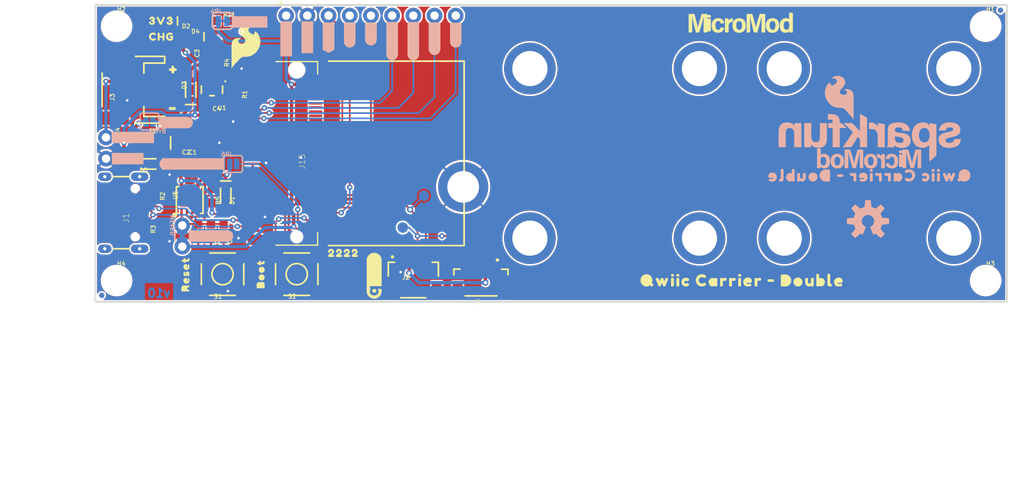
<source format=kicad_pcb>
(kicad_pcb (version 20211014) (generator pcbnew)
  (layers (0 "F.Cu" signal) (31 "B.Cu" signal) (34 "B.Paste" user) (35 "F.Paste" user) (36 "B.SilkS" user "B.Silkscreen") (37 "F.SilkS" user "F.Silkscreen") (38 "B.Mask" user) (39 "F.Mask" user) (44 "Edge.Cuts" user))
  (net 0 "")
  (net 1 "GND")
  (net 2 "3.3V")
  (net 3 "USB_D-")
  (net 4 "USB_D+")
  (net 5 "N$10")
  (net 6 "N$11")
  (net 7 "V_USB")
  (net 8 "~{RESET}")
  (net 9 "~{BOOT}")
  (net 10 "N$4")
  (net 11 "N$6")
  (net 12 "VIN")
  (net 13 "N$1")
  (net 14 "3.3V_EN")
  (net 15 "VREG_EN")
  (net 16 "N$2")
  (net 17 "V_BATT")
  (net 18 "SDA")
  (net 19 "SCL")
  (net 20 "N$3")
  (net 21 "N$8")
  (net 22 "I2C_~{INT}")
  (net 23 "D0")
  (net 24 "D1")
  (net 25 "SPI_SCK")
  (net 26 "SPI_~{CS}")
  (net 27 "SPI_COPI")
  (net 28 "SPI_CIPO")
  (net 29 "V_USB_2")
  (footprint "eagleBoard:SOD-323" (layer "F.Cu") (at 109.5121 110.0836 -90)
    (fp_text reference "D1")
    (fp_text value "3.3V")
  )
  (footprint "eagleBoard:FIDUCIAL-MICRO" (layer "F.Cu") (at 202.3491 87.8586)
    (fp_text reference "FD2" hide)
    (fp_text value "FIDUCIALUFIDUCIAL" hide)
  )
  (footprint "eagleBoard:1210" (layer "F.Cu") (at 100.2411 103.7336)
    (fp_text reference "F2")
    (fp_text value "6V/2A")
  )
  (footprint "eagleBoard:QWIIC_BOARD_MOUNT_SMD_STANDOFFS" (layer "F.Cu") (at 156.1211 105.0036)
    (fp_text reference "U$5" hide)
    (fp_text value "QWIIC_BOARD_OUTLINESTANDOFF" hide)
  )
  (footprint "eagleBoard:STAND-OFF-REFLOW-M2.5" (layer "F.Cu") (at 137.9641 109.0236)
    (fp_text reference "H5" hide)
    (fp_text value "STAND-OFF-REFLOW2.5MM_TALL" hide)
  )
  (footprint "eagleBoard:M.2-CONNECTOR-E" (layer "F.Cu") (at 118.0211 105.0036 -90)
    (fp_text reference "J15")
    (fp_text value "MICROMOD-2222-C")
  )
  (footprint "eagleBoard:UDFN-8" (layer "F.Cu") (at 105.1941 110.5916)
    (fp_text reference "U5")
    (fp_text value "AP7361C-33FGEUDFN-8")
  )
  (footprint "eagleBoard:0603" (layer "F.Cu") (at 101.3841 109.5756 -90)
    (fp_text reference "R2")
    (fp_text value "5.1k")
  )
  (footprint "eagleBoard:0603" (layer "F.Cu") (at 111.0361 97.3836 -90)
    (fp_text reference "R1")
    (fp_text value "2.2k")
  )
  (footprint "eagleBoard:#0" (layer "F.Cu") (at 95.0341 105.3846)
    (fp_text reference "U$36" hide)
    (fp_text value "" hide)
  )
  (footprint "eagleBoard:0603" (layer "F.Cu") (at 109.1311 89.1286)
    (fp_text reference "R11")
    (fp_text value "1k")
  )
  (footprint "eagleBoard:#3#3V#0" (layer "F.Cu") (at 116.7511 93.7006 90)
    (fp_text reference "U$35" hide)
    (fp_text value "" hide)
  )
  (footprint "eagleBoard:0603" (layer "F.Cu") (at 106.2101 114.3136 -90)
    (fp_text reference "C9")
    (fp_text value "10uF")
  )
  (footprint "eagleBoard:STAND-OFF" (layer "F.Cu") (at 200.5711 89.7636)
    (fp_text reference "H1")
    (fp_text value "STAND-OFF")
  )
  (footprint "eagleBoard:#D0#0" (layer "F.Cu") (at 124.3711 92.3036 90)
    (fp_text reference "U$17" hide)
    (fp_text value "" hide)
  )
  (footprint "eagleBoard:1X02_NO_SILK" (layer "F.Cu") (at 95.1611 103.0986 -90)
    (fp_text reference "J4")
    (fp_text value "")
  )
  (footprint "eagleBoard:JST04_1MM_VERT" (layer "F.Cu") (at 140.1191 118.2116 180)
    (fp_text reference "J5")
    (fp_text value "Vertical Qwiic Connector")
  )
  (footprint "eagleBoard:SFE_LOGO_FLAME_.2" (layer "F.Cu") (at 111.9251 92.1766)
    (fp_text reference "U$44" hide)
    (fp_text value "" hide)
  )
  (footprint "eagleBoard:#0" (layer "F.Cu") (at 101.6381 94.9706)
    (fp_text reference "U$32" hide)
    (fp_text value "" hide)
  )
  (footprint "eagleBoard:LED-0603" (layer "F.Cu") (at 105.3211 89.1286 180)
    (fp_text reference "D2")
    (fp_text value "RED")
  )
  (footprint "eagleBoard:0603" (layer "F.Cu") (at 106.8451 93.5736 90)
    (fp_text reference "C3")
    (fp_text value "4.7uF")
  )
  (footprint "eagleBoard:#D1#0" (layer "F.Cu") (at 126.9111 92.0496 90)
    (fp_text reference "U$20" hide)
    (fp_text value "" hide)
  )
  (footprint "eagleBoard:EIA3216" (layer "F.Cu") (at 105.3211 103.7336 180)
    (fp_text reference "C2")
    (fp_text value "10uF")
  )
  (footprint "eagleBoard:STAND-OFF" (layer "F.Cu") (at 96.4311 120.2436)
    (fp_text reference "H4")
    (fp_text value "STAND-OFF")
  )
  (footprint "eagleBoard:SOD-323" (layer "F.Cu") (at 105.3211 97.3836 90)
    (fp_text reference "D3")
    (fp_text value "3A/10V/280mV")
  )
  (footprint "eagleBoard:0603" (layer "F.Cu") (at 104.9791 107.1626)
    (fp_text reference "C13")
    (fp_text value "0.22uF")
  )
  (footprint "eagleBoard:##INT##0" (layer "F.Cu") (at 121.8311 92.9386 90)
    (fp_text reference "U$15" hide)
    (fp_text value "" hide)
  )
  (footprint "eagleBoard:3V30" (layer "F.Cu") (at 99.6061 89.1286)
    (fp_text reference "U$3" hide)
    (fp_text value "" hide)
  )
  (footprint "eagleBoard:QWIIC_5.5MM" (layer "F.Cu") (at 127.2921 119.6721 90)
    (fp_text reference "LOGO2" hide)
    (fp_text value "QWIIC_LOGO_CONNECTOR" hide)
  )
  (footprint "eagleBoard:#CIPO#0" (layer "F.Cu") (at 129.4511 93.8276 90)
    (fp_text reference "U$22" hide)
    (fp_text value "" hide)
  )
  (footprint "eagleBoard:##CS##0" (layer "F.Cu") (at 137.0711 92.3036 90)
    (fp_text reference "U$28" hide)
    (fp_text value "" hide)
  )
  (footprint "eagleBoard:LED-0603" (layer "F.Cu") (at 105.3211 91.0336)
    (fp_text reference "D4")
    (fp_text value "Yellow")
  )
  (footprint "eagleBoard:TACTILE_SWITCH_SMD_5.2MM" (layer "F.Cu") (at 109.1311 119.4816 180)
    (fp_text reference "S1")
    (fp_text value "Reset")
  )
  (footprint "eagleBoard:SOT23-5" (layer "F.Cu") (at 107.8611 97.3836 180)
    (fp_text reference "U1")
    (fp_text value "MCP73831")
  )
  (footprint "eagleBoard:CHG0" (layer "F.Cu") (at 99.6061 91.0336)
    (fp_text reference "U$4" hide)
    (fp_text value "" hide)
  )
  (footprint "eagleBoard:JST-2-SMD" (layer "F.Cu") (at 97.7011 97.3836 90)
    (fp_text reference "J3")
    (fp_text value "")
  )
  (footprint "eagleBoard:RESET0" (layer "F.Cu") (at 104.6861 122.2756 90)
    (fp_text reference "U$30" hide)
    (fp_text value "" hide)
  )
  (footprint "eagleBoard:#SCK#0" (layer "F.Cu") (at 134.5311 93.1926 90)
    (fp_text reference "U$26" hide)
    (fp_text value "" hide)
  )
  (footprint "eagleBoard:USB-C-16P-2LAYER-PADS" (layer "F.Cu") (at 100.1141 112.1156 -90)
    (fp_text reference "J1")
    (fp_text value "" hide)
  )
  (footprint "eagleBoard:22220" (layer "F.Cu") (at 121.0691 116.9416)
    (fp_text reference "U$34" hide)
    (fp_text value "" hide)
  )
  (footprint "eagleBoard:TACTILE_SWITCH_SMD_5.2MM" (layer "F.Cu") (at 118.0211 119.4816 180)
    (fp_text reference "S2")
    (fp_text value "BOOT")
  )
  (footprint "eagleBoard:0603" (layer "F.Cu") (at 101.3841 114.6556 90)
    (fp_text reference "R3")
    (fp_text value "5.1k")
  )
  (footprint "eagleBoard:1X09_NO_SILK" (layer "F.Cu") (at 116.7511 88.4936)
    (fp_text reference "J6")
    (fp_text value "")
  )
  (footprint "eagleBoard:SOD-323" (layer "F.Cu") (at 100.2411 106.2736 180)
    (fp_text reference "D5")
    (fp_text value "3A/10V/280mV")
  )
  (footprint "eagleBoard:0603" (layer "F.Cu") (at 104.9791 105.6386)
    (fp_text reference "C1")
    (fp_text value "0.1uF")
  )
  (footprint "eagleBoard:#GND#0" (layer "F.Cu") (at 119.2911 93.3196 90)
    (fp_text reference "U$8" hide)
    (fp_text value "" hide)
  )
  (footprint "eagleBoard:QWIIC_CARRIER_#_DOUBLE0" (layer "F.Cu") (at 158.1531 120.2436)
    (fp_text reference "U$10" hide)
    (fp_text value "" hide)
  )
  (footprint "eagleBoard:0603" (layer "F.Cu") (at 107.8611 100.4316)
    (fp_text reference "C4")
    (fp_text value "4.7uF")
  )
  (footprint "eagleBoard:0603" (layer "F.Cu") (at 107.8611 110.0836 -90)
    (fp_text reference "R5")
    (fp_text value "100k")
  )
  (footprint "eagleBoard:0603" (layer "F.Cu") (at 109.2581 114.3136 -90)
    (fp_text reference "C11")
    (fp_text value "0.22uF")
  )
  (footprint "eagleBoard:FIDUCIAL-MICRO" (layer "F.Cu") (at 94.6531 122.0216)
    (fp_text reference "FD1" hide)
    (fp_text value "FIDUCIALUFIDUCIAL" hide)
  )
  (footprint "eagleBoard:JST04_1MM_RA" (layer "F.Cu") (at 131.9911 117.7036)
    (fp_text reference "J2")
    (fp_text value "QWIIC_RIGHT_ANGLE")
  )
  (footprint "eagleBoard:QWIIC_BOARD_MOUNT_SMD_STANDOFFS" (layer "F.Cu") (at 186.6011 105.0036)
    (fp_text reference "U$2" hide)
    (fp_text value "QWIIC_BOARD_OUTLINESTANDOFF" hide)
  )
  (footprint "eagleBoard:#0" (layer "F.Cu") (at 101.2571 99.2886)
    (fp_text reference "U$37" hide)
    (fp_text value "" hide)
  )
  (footprint "eagleBoard:BOOT0" (layer "F.Cu") (at 113.7031 121.8946 90)
    (fp_text reference "U$31" hide)
    (fp_text value "" hide)
  )
  (footprint "eagleBoard:#COPI#0" (layer "F.Cu") (at 131.9911 93.8276 90)
    (fp_text reference "U$24" hide)
    (fp_text value "" hide)
  )
  (footprint "eagleBoard:STAND-OFF" (layer "F.Cu") (at 96.4311 89.7636)
    (fp_text reference "H2")
    (fp_text value "STAND-OFF")
  )
  (footprint "eagleBoard:STAND-OFF" (layer "F.Cu") (at 200.5711 120.2436)
    (fp_text reference "H3")
    (fp_text value "STAND-OFF")
  )
  (footprint "eagleBoard:CREATIVE_COMMONS" (layer "F.Cu") (at 102.7811 144.3736)
    (fp_text reference "FRAME1" hide)
    (fp_text value "FRAME-LEDGER" hide)
  )
  (footprint "eagleBoard:MICROMOD_LOGO_.5" (layer "F.Cu") (at 171.2341 89.3826)
    (fp_text reference "U$67" hide)
    (fp_text value "" hide)
  )
  (footprint "eagleBoard:0603" (layer "F.Cu") (at 107.7341 114.3136 -90)
    (fp_text reference "C10")
    (fp_text value "1.0uF")
  )
  (footprint "eagleBoard:#0" (layer "F.Cu") (at 95.4151 103.0986)
    (fp_text reference "U$11" hide)
    (fp_text value "" hide)
  )
  (footprint "eagleBoard:0603" (layer "F.Cu") (at 108.8771 93.5736 -90)
    (fp_text reference "R4")
    (fp_text value "1k")
  )
  (footprint "eagleBoard:#MEAS#0" (layer "B.Cu") (at 110.4011 114.9096 180)
    (fp_text reference "U$9" hide)
    (fp_text value "" hide)
  )
  (footprint "eagleBoard:FIDUCIAL-MICRO" (layer "B.Cu") (at 202.3491 87.8586 180)
    (fp_text reference "FD4" hide)
    (fp_text value "FIDUCIALUFIDUCIAL" hide)
  )
  (footprint "eagleBoard:SMT-JUMPER_2_NO_SILK" (layer "B.Cu") (at 110.4011 106.2736 180)
    (fp_text reference "JP6")
    (fp_text value "VE")
  )
  (footprint "eagleBoard:#3#3V_EN#0" (layer "B.Cu") (at 109.6391 106.2736 180)
    (fp_text reference "U$1" hide)
    (fp_text value "" hide)
  )
  (footprint "eagleBoard:#CIPO#0" (layer "B.Cu") (at 129.4511 93.8276 90)
    (fp_text reference "U$23" hide)
    (fp_text value "" hide)
  )
  (footprint "eagleBoard:COMBO-JUMPER_2_NC_TRACE" (layer "B.Cu") (at 104.3051 114.9096 -90)
    (fp_text reference "MEAS0")
    (fp_text value "")
  )
  (footprint "eagleBoard:#SCK#0" (layer "B.Cu") (at 134.5311 93.1926 90)
    (fp_text reference "U$27" hide)
    (fp_text value "" hide)
  )
  (footprint "eagleBoard:SMT-JUMPER_2_NO_SILK" (layer "B.Cu") (at 100.3681 101.1936)
    (fp_text reference "BYP0")
    (fp_text value "JUMPER-SMT_2_NO_SILK")
  )
  (footprint "eagleBoard:#COPI#0" (layer "B.Cu") (at 131.9911 93.8276 90)
    (fp_text reference "U$25" hide)
    (fp_text value "" hide)
  )
  (footprint "eagleBoard:#D0#0" (layer "B.Cu") (at 124.3711 92.3036 90)
    (fp_text reference "U$18" hide)
    (fp_text value "" hide)
  )
  (footprint "eagleBoard:##INT##0" (layer "B.Cu") (at 121.8311 92.9386 90)
    (fp_text reference "U$16" hide)
    (fp_text value "" hide)
  )
  (footprint "eagleBoard:#VBAT#0" (layer "B.Cu") (at 101.2571 103.0986 180)
    (fp_text reference "U$12" hide)
    (fp_text value "" hide)
  )
  (footprint "eagleBoard:#3#3V#0" (layer "B.Cu") (at 116.7511 93.7006 90)
    (fp_text reference "U$38" hide)
    (fp_text value "" hide)
  )
  (footprint "eagleBoard:FIDUCIAL-MICRO" (layer "B.Cu") (at 94.6531 122.0216 180)
    (fp_text reference "FD3" hide)
    (fp_text value "FIDUCIALUFIDUCIAL" hide)
  )
  (footprint "eagleBoard:#GND#0" (layer "B.Cu") (at 99.9871 105.6386 180)
    (fp_text reference "U$33" hide)
    (fp_text value "" hide)
  )
  (footprint "eagleBoard:SMT-JUMPER_2_NC_TRACE_SILK" (layer "B.Cu") (at 109.1311 89.1286 180)
    (fp_text reference "JP4")
    (fp_text value "3V3 LED")
  )
  (footprint "eagleBoard:#3#3V#0" (layer "B.Cu") (at 114.8461 89.2556 180)
    (fp_text reference "U$6" hide)
    (fp_text value "" hide)
  )
  (footprint "eagleBoard:MICROMOD_LOGO_.5" (layer "B.Cu") (at 186.6011 105.6386 180)
    (fp_text reference "U$68" hide)
    (fp_text value "" hide)
  )
  (footprint "eagleBoard:PAD.03X.05" (layer "B.Cu") (at 130.7211 113.8936 180)
    (fp_text reference "TP1" hide)
    (fp_text value "TEST-POINT3X5" hide)
  )
  (footprint "eagleBoard:SFE_LOGO_NAME_FLAME_.2" (layer "B.Cu") (at 186.6011 103.0986 180)
    (fp_text reference "LOGO1" hide)
    (fp_text value "SFE_LOGO_NAME_FLAME.2_INCH" hide)
  )
  (footprint "eagleBoard:##CS##0" (layer "B.Cu") (at 137.0711 92.3036 90)
    (fp_text reference "U$29" hide)
    (fp_text value "" hide)
  )
  (footprint "eagleBoard:OSHW-LOGO-M" (layer "B.Cu") (at 186.4741 113.1316 180)
    (fp_text reference "LOGO3" hide)
    (fp_text value "OSHW-LOGOM" hide)
  )
  (footprint "eagleBoard:PAD.03X.05" (layer "B.Cu") (at 133.2611 110.0836 180)
    (fp_text reference "TP2" hide)
    (fp_text value "TEST-POINT3X5" hide)
  )
  (footprint "eagleBoard:#D1#0" (layer "B.Cu") (at 126.9111 92.0496 90)
    (fp_text reference "U$21" hide)
    (fp_text value "" hide)
  )
  (footprint "eagleBoard:#BYP#0" (layer "B.Cu") (at 105.5751 101.3206 180)
    (fp_text reference "U$7" hide)
    (fp_text value "" hide)
  )
  (footprint "eagleBoard:#GND#0" (layer "B.Cu") (at 119.2911 93.3196 90)
    (fp_text reference "U$14" hide)
    (fp_text value "" hide)
  )
  (footprint "eagleBoard:QWIIC_CARRIER_#_DOUBLE0" (layer "B.Cu") (at 199.8091 107.6706 180)
    (fp_text reference "U$13" hide)
    (fp_text value "" hide)
  )
  (gr_line (start 138.0761 93.9546) (end 138.0761 116.0526) (layer "F.SilkS") (width 0.2032))
  (gr_line (start 138.0761 116.0526) (end 121.8311 116.0526) (layer "F.SilkS") (width 0.2032))
  (gr_line (start 121.8311 93.9546) (end 138.0761 93.9546) (layer "F.SilkS") (width 0.2032))
  (gr_line (start 93.8911 122.7836) (end 93.8911 87.2236) (layer "Edge.Cuts") (width 0.2032))
  (gr_line (start 93.8911 87.2236) (end 203.1111 87.2236) (layer "Edge.Cuts") (width 0.2032))
  (gr_line (start 203.1111 122.7836) (end 93.8911 122.7836) (layer "Edge.Cuts") (width 0.2032))
  (gr_line (start 203.1111 87.2236) (end 203.1111 122.7836) (layer "Edge.Cuts") (width 0.2032))
  (gr_text "v10" (at 101.5111 121.7676) (layer "B.Cu") (effects (font (size 1.016 1.016) (thickness 0.254)) (justify mirror)))
  (segment (start 99.7741 115.3406) (end 99.9391 115.5056) (width 0.2032) (layer "F.Cu") (net 1))
  (segment (start 99.7741 108.8906) (end 101.2191 108.8906) (width 0.2032) (layer "F.Cu") (net 1))
  (segment (start 101.2191 108.8906) (end 101.3841 108.7256) (width 0.2032) (layer "F.Cu") (net 1))
  (segment (start 99.9391 115.5056) (end 101.3841 115.5056) (width 0.2032) (layer "F.Cu") (net 1))
  (segment (start 107.7341 115.1636) (end 106.2101 115.1636) (width 0.2032) (layer "F.Cu") (net 1))
  (segment (start 109.2581 115.1636) (end 107.7341 115.1636) (width 0.2032) (layer "F.Cu") (net 1))
  (via (at 111.0361 115.1636) (size 0.6604) (drill 0.3048) (layers "F.Cu" "B.Cu") (net 1))
  (via (at 111.4171 94.8436) (size 0.6604) (drill 0.3048) (layers "F.Cu" "B.Cu") (net 1))
  (via (at 102.7811 115.5446) (size 0.6604) (drill 0.3048) (layers "F.Cu" "B.Cu") (net 1))
  (via (at 108.7501 103.7336) (size 0.6604) (drill 0.3048) (layers "F.Cu" "B.Cu") (net 1))
  (via (at 97.7011 98.6536) (size 0.6604) (drill 0.3048) (layers "F.Cu" "B.Cu") (net 1))
  (via (at 102.7811 107.5436) (size 0.6604) (drill 0.3048) (layers "F.Cu" "B.Cu") (net 1))
  (via (at 114.2111 112.6236) (size 0.6604) (drill 0.3048) (layers "F.Cu" "B.Cu") (net 1))
  (via (at 110.4011 101.1936) (size 0.6604) (drill 0.3048) (layers "F.Cu" "B.Cu") (net 1))
  (via (at 114.3381 106.1466) (size 0.6604) (drill 0.3048) (layers "F.Cu" "B.Cu") (net 1))
  (via (at 118.5291 105.5116) (size 0.6604) (drill 0.3048) (layers "F.Cu" "B.Cu") (net 1))
  (via (at 109.7661 121.5136) (size 0.6604) (drill 0.3048) (layers "F.Cu" "B.Cu") (net 1))
  (via (at 130.4671 119.2276) (size 0.6604) (drill 0.3048) (layers "F.Cu" "B.Cu") (net 1))
  (segment (start 131.4911 117.7036) (end 131.4911 119.3466) (width 0.4064) (layer "F.Cu") (net 2))
  (segment (start 117.3988 96.7359) (end 117.3988 112.044975) (width 0.4064) (layer "F.Cu") (net 2))
  (segment (start 131.4911 119.3466) (end 131.4831 119.3546) (width 0.4064) (layer "F.Cu") (net 2))
  (segment (start 120.2961 114.0036) (end 117.8771 114.0036) (width 0.2032) (layer "F.Cu") (net 2))
  (segment (start 120.2961 114.0036) (end 121.4331 114.0036) (width 0.2032) (layer "F.Cu") (net 2))
  (segment (start 117.8771 114.0036) (end 117.653593 113.780094) (width 0.2032) (layer "F.Cu") (net 2))
  (segment (start 131.4911 116.4416) (end 131.4911 117.7036) (width 0.4064) (layer "F.Cu") (net 2))
  (segment (start 121.4331 114.0036) (end 129.0531 114.0036) (width 0.4064) (layer "F.Cu") (net 2))
  (segment (start 120.2961 96.0036) (end 119.2741 96.0036) (width 0.2032) (layer "F.Cu") (net 2))
  (segment (start 118.5418 96.7359) (end 117.3988 96.7359) (width 0.4064) (layer "F.Cu") (net 2))
  (segment (start 140.6271 120.4976) (end 140.6271 119.0166) (width 0.4064) (layer "F.Cu") (net 2))
  (segment (start 117.653593 112.299769) (end 117.653593 113.780094) (width 0.4064) (layer "F.Cu") (net 2))
  (segment (start 117.3988 112.044975) (end 117.653593 112.299769) (width 0.4064) (layer "F.Cu") (net 2))
  (segment (start 119.2741 96.0036) (end 118.5418 96.7359) (width 0.4064) (layer "F.Cu") (net 2))
  (segment (start 129.0531 114.0036) (end 131.4911 116.4416) (width 0.4064) (layer "F.Cu") (net 2))
  (segment (start 140.6271 119.0166) (end 140.5971 118.9866) (width 0.4064) (layer "F.Cu") (net 2))
  (via (at 140.6271 120.4976) (size 0.7366) (drill 0.381) (layers "F.Cu" "B.Cu") (net 2))
  (via (at 117.3988 96.7359) (size 0.6604) (drill 0.3048) (layers "F.Cu" "B.Cu") (net 2))
  (via (at 117.653593 113.780094) (size 0.6604) (drill 0.3048) (layers "F.Cu" "B.Cu") (net 2))
  (via (at 131.4831 119.3546) (size 0.7366) (drill 0.381) (layers "F.Cu" "B.Cu") (net 2))
  (segment (start 108.6104 90.3859) (end 109.7661 91.5416) (width 0.4064) (layer "B.Cu") (net 2))
  (segment (start 116.7511 96.0882) (end 117.3988 96.7359) (width 0.4064) (layer "B.Cu") (net 2))
  (segment (start 132.6261 120.4976) (end 140.6271 120.4976) (width 0.4064) (layer "B.Cu") (net 2))
  (segment (start 104.3051 116.1796) (end 111.9251 116.1796) (width 0.4064) (layer "B.Cu") (net 2))
  (segment (start 108.6104 89.1286) (end 108.6104 90.3859) (width 0.4064) (layer "B.Cu") (net 2))
  (segment (start 104.3051 115.4176) (end 104.3051 116.1796) (width 0.2032) (layer "B.Cu") (net 2))
  (segment (start 109.7661 91.5416) (end 116.7511 91.5416) (width 0.4064) (layer "B.Cu") (net 2))
  (segment (start 116.7511 91.5416) (end 116.7511 96.0882) (width 0.4064) (layer "B.Cu") (net 2))
  (segment (start 131.4831 119.3546) (end 132.6261 120.4976) (width 0.4064) (layer "B.Cu") (net 2))
  (segment (start 117.540087 113.8936) (end 114.2111 113.8936) (width 0.4064) (layer "B.Cu") (net 2))
  (segment (start 116.7511 88.4936) (end 116.7511 91.5416) (width 0.4064) (layer "B.Cu") (net 2))
  (segment (start 114.2111 113.8936) (end 111.9251 116.1796) (width 0.4064) (layer "B.Cu") (net 2))
  (segment (start 117.653593 113.780094) (end 117.540087 113.8936) (width 0.2032) (layer "B.Cu") (net 2))
  (segment (start 99.0941 112.3656) (end 98.8441 112.1156) (width 0.2032) (layer "F.Cu") (net 3))
  (segment (start 112.7461 113.2536) (end 111.5391 113.2536) (width 0.2032) (layer "F.Cu") (net 3))
  (segment (start 99.0861 111.3656) (end 98.8441 111.6076) (width 0.2032) (layer "F.Cu") (net 3))
  (segment (start 101.2661 111.3656) (end 101.5111 111.6106) (width 0.2032) (layer "F.Cu") (net 3))
  (segment (start 111.5391 113.2536) (end 111.2901 113.0046) (width 0.2032) (layer "F.Cu") (net 3))
  (segment (start 99.7741 111.3656) (end 101.2661 111.3656) (width 0.2032) (layer "F.Cu") (net 3))
  (segment (start 99.7741 112.3656) (end 99.0941 112.3656) (width 0.2032) (layer "F.Cu") (net 3))
  (segment (start 99.7741 111.3656) (end 99.0861 111.3656) (width 0.2032) (layer "F.Cu") (net 3))
  (segment (start 98.8441 111.6076) (end 98.8441 112.1156) (width 0.2032) (layer "F.Cu") (net 3))
  (segment (start 111.2901 113.0046) (end 110.4011 113.0046) (width 0.2032) (layer "F.Cu") (net 3))
  (via (at 101.5111 111.6106) (size 0.6604) (drill 0.3048) (layers "F.Cu" "B.Cu") (net 3))
  (via (at 110.4011 113.0046) (size 0.6604) (drill 0.3048) (layers "F.Cu" "B.Cu") (net 3))
  (segment (start 106.0801 113.0046) (end 104.6861 111.6106) (width 0.2032) (layer "B.Cu") (net 3))
  (segment (start 101.5111 111.6106) (end 104.6861 111.6106) (width 0.2032) (layer "B.Cu") (net 3))
  (segment (start 110.4011 113.0046) (end 106.0801 113.0046) (width 0.2032) (layer "B.Cu") (net 3))
  (segment (start 100.4991 111.8656) (end 99.7741 111.8656) (width 0.2032) (layer "F.Cu") (net 4))
  (segment (start 99.7861 112.8776) (end 99.7741 112.8656) (width 0.2032) (layer "F.Cu") (net 4))
  (segment (start 100.7821 112.4636) (end 100.3681 112.8776) (width 0.2032) (layer "F.Cu") (net 4))
  (segment (start 100.7821 112.3696) (end 100.7821 112.4636) (width 0.2032) (layer "F.Cu") (net 4))
  (segment (start 100.7821 112.3696) (end 100.7491 112.3366) (width 0.2032) (layer "F.Cu") (net 4))
  (segment (start 100.3681 112.8776) (end 99.7861 112.8776) (width 0.2032) (layer "F.Cu") (net 4))
  (segment (start 100.7491 112.3366) (end 100.7491 112.1156) (width 0.2032) (layer "F.Cu") (net 4))
  (segment (start 112.7461 113.7536) (end 110.9221 113.7536) (width 0.2032) (layer "F.Cu") (net 4))
  (segment (start 110.9091 113.7666) (end 110.9221 113.7536) (width 0.2032) (layer "F.Cu") (net 4))
  (segment (start 100.7491 112.1156) (end 100.4991 111.8656) (width 0.2032) (layer "F.Cu") (net 4))
  (via (at 100.7821 112.3696) (size 0.6604) (drill 0.3048) (layers "F.Cu" "B.Cu") (net 4))
  (via (at 110.9091 113.7666) (size 0.6604) (drill 0.3048) (layers "F.Cu" "B.Cu") (net 4))
  (segment (start 104.8131 112.3696) (end 100.7821 112.3696) (width 0.2032) (layer "B.Cu") (net 4))
  (segment (start 106.2101 113.7666) (end 104.8131 112.3696) (width 0.2032) (layer "B.Cu") (net 4))
  (segment (start 110.9091 113.7666) (end 106.2101 113.7666) (width 0.2032) (layer "B.Cu") (net 4))
  (segment (start 100.9441 110.8656) (end 101.3841 110.4256) (width 0.2032) (layer "F.Cu") (net 5))
  (segment (start 99.7741 110.8656) (end 100.9441 110.8656) (width 0.2032) (layer "F.Cu") (net 5))
  (segment (start 99.8341 113.8056) (end 101.3841 113.8056) (width 0.2032) (layer "F.Cu") (net 6))
  (segment (start 99.7741 113.8656) (end 99.8341 113.8056) (width 0.2032) (layer "F.Cu") (net 6))
  (segment (start 97.3201 109.5756) (end 98.3361 110.5916) (width 0.4064) (layer "F.Cu") (net 7))
  (segment (start 99.0911 106.2736) (end 97.3201 106.2736) (width 0.4064) (layer "F.Cu") (net 7))
  (segment (start 98.3361 113.6396) (end 98.3361 110.5916) (width 0.4064) (layer "F.Cu") (net 7))
  (segment (start 97.3201 106.2736) (end 97.3201 109.5756) (width 0.4064) (layer "F.Cu") (net 7))
  (segment (start 97.3201 103.7336) (end 97.3201 106.2736) (width 0.4064) (layer "F.Cu") (net 7))
  (segment (start 104.4441 91.0336) (end 104.4441 92.6966) (width 0.4064) (layer "F.Cu") (net 7))
  (segment (start 106.9111 100.3316) (end 107.0111 100.4316) (width 0.4064) (layer "F.Cu") (net 7))
  (segment (start 106.9111 98.6837) (end 106.9111 100.3316) (width 0.4064) (layer "F.Cu") (net 7))
  (segment (start 98.3361 110.5916) (end 99.2621 109.6656) (width 0.4064) (layer "F.Cu") (net 7))
  (segment (start 99.7741 114.5656) (end 99.2621 114.5656) (width 0.4064) (layer "F.Cu") (net 7))
  (segment (start 99.2621 114.5656) (end 98.3361 113.6396) (width 0.4064) (layer "F.Cu") (net 7))
  (segment (start 105.8291 100.4316) (end 107.0111 100.4316) (width 0.4064) (layer "F.Cu") (net 7))
  (segment (start 99.2621 109.6656) (end 99.7741 109.6656) (width 0.4064) (layer "F.Cu") (net 7))
  (segment (start 104.4441 92.6966) (end 104.6861 92.9386) (width 0.4064) (layer "F.Cu") (net 7))
  (via (at 105.8291 100.4316) (size 0.6604) (drill 0.3048) (layers "F.Cu" "B.Cu") (net 7))
  (via (at 97.3201 103.7336) (size 0.6604) (drill 0.3048) (layers "F.Cu" "B.Cu") (net 7))
  (via (at 104.6861 92.9386) (size 0.6604) (drill 0.3048) (layers "F.Cu" "B.Cu") (net 7))
  (segment (start 97.3201 103.7336) (end 97.3201 101.9556) (width 0.4064) (layer "B.Cu") (net 7))
  (segment (start 104.6861 92.9386) (end 105.8291 94.0816) (width 0.4064) (layer "B.Cu") (net 7))
  (segment (start 102.2731 100.4316) (end 105.8291 100.4316) (width 0.4064) (layer "B.Cu") (net 7))
  (segment (start 97.3201 101.9556) (end 99.2251 100.0506) (width 0.4064) (layer "B.Cu") (net 7))
  (segment (start 101.8921 100.0506) (end 99.2251 100.0506) (width 0.4064) (layer "B.Cu") (net 7))
  (segment (start 102.2731 100.4316) (end 101.8921 100.0506) (width 0.4064) (layer "B.Cu") (net 7))
  (segment (start 105.8291 94.0816) (end 105.8291 100.4316) (width 0.4064) (layer "B.Cu") (net 7))
  (segment (start 115.4811 113.2586) (end 115.8621 112.8776) (width 0.2032) (layer "F.Cu") (net 8))
  (segment (start 111.9251 117.5766) (end 113.180968 117.5766) (width 0.2032) (layer "F.Cu") (net 8))
  (segment (start 115.4811 113.2586) (end 115.4811 115.9256) (width 0.2032) (layer "F.Cu") (net 8))
  (segment (start 120.2961 113.0036) (end 119.1531 113.0036) (width 0.2032) (layer "F.Cu") (net 8))
  (segment (start 113.180968 117.5766) (end 114.095368 116.6622) (width 0.2032) (layer "F.Cu") (net 8))
  (segment (start 118.9101 112.7506) (end 118.9101 112.7606) (width 0.2032) (layer "F.Cu") (net 8))
  (segment (start 114.7445 116.6622) (end 115.4811 115.9256) (width 0.2032) (layer "F.Cu") (net 8))
  (segment (start 114.095368 116.6622) (end 114.7445 116.6622) (width 0.2032) (layer "F.Cu") (net 8))
  (segment (start 106.3371 117.5766) (end 111.9251 117.5766) (width 0.2032) (layer "F.Cu") (net 8))
  (segment (start 119.1531 113.0036) (end 118.9101 112.7606) (width 0.2032) (layer "F.Cu") (net 8))
  (via (at 115.8621 112.8776) (size 0.6604) (drill 0.3048) (layers "F.Cu" "B.Cu") (net 8))
  (via (at 118.9101 112.7506) (size 0.6604) (drill 0.3048) (layers "F.Cu" "B.Cu") (net 8))
  (segment (start 115.8621 112.8776) (end 115.9891 112.7506) (width 0.2032) (layer "B.Cu") (net 8))
  (segment (start 115.9891 112.7506) (end 118.9101 112.7506) (width 0.2032) (layer "B.Cu") (net 8))
  (segment (start 116.0081 111.7536) (end 116.6241 112.3696) (width 0.2032) (layer "F.Cu") (net 9))
  (segment (start 116.6241 117.5766) (end 120.8151 117.5766) (width 0.2032) (layer "F.Cu") (net 9))
  (segment (start 115.2271 117.5766) (end 116.6241 117.5766) (width 0.2032) (layer "F.Cu") (net 9))
  (segment (start 116.6241 112.3696) (end 116.6241 117.5766) (width 0.2032) (layer "F.Cu") (net 9))
  (segment (start 112.7461 111.7536) (end 116.0081 111.7536) (width 0.2032) (layer "F.Cu") (net 9))
  (segment (start 111.5441 89.8026) (end 110.8701 89.1286) (width 0.2032) (layer "F.Cu") (net 10))
  (segment (start 109.9811 89.1286) (end 110.8701 89.1286) (width 0.2032) (layer "F.Cu") (net 10))
  (segment (start 111.5441 90.3986) (end 111.5441 89.8026) (width 0.2032) (layer "F.Cu") (net 10))
  (via (at 111.5441 90.3986) (size 0.6604) (drill 0.3048) (layers "F.Cu" "B.Cu") (net 10))
  (segment (start 110.9218 89.1286) (end 109.6518 89.1286) (width 0.2032) (layer "B.Cu") (net 10))
  (segment (start 111.5441 89.7509) (end 110.9218 89.1286) (width 0.2032) (layer "B.Cu") (net 10))
  (segment (start 111.5441 90.3986) (end 111.5441 89.7509) (width 0.2032) (layer "B.Cu") (net 10))
  (segment (start 106.1981 89.1286) (end 108.2811 89.1286) (width 0.2032) (layer "F.Cu") (net 11))
  (segment (start 103.9211 100.8156) (end 103.9211 103.7336) (width 0.4064) (layer "F.Cu") (net 12))
  (segment (start 101.7411 103.7336) (end 101.7411 101.8046) (width 0.4064) (layer "F.Cu") (net 12))
  (segment (start 105.3211 98.5336) (end 105.3211 99.4156) (width 0.4064) (layer "F.Cu") (net 12))
  (segment (start 103.9211 103.7336) (end 104.1291 103.9416) (width 0.4064) (layer "F.Cu") (net 12))
  (segment (start 107.8611 112.1156) (end 107.8611 112.125732) (width 0.2032) (layer "F.Cu") (net 12))
  (segment (start 104.1876 108.2961) (end 104.1291 108.2376) (width 0.4064) (layer "F.Cu") (net 12))
  (segment (start 104.1291 105.6386) (end 104.1291 107.1626) (width 0.4064) (layer "F.Cu") (net 12))
  (segment (start 101.7411 101.8046) (end 101.6381 101.7016) (width 0.4064) (layer "F.Cu") (net 12))
  (segment (start 101.7411 103.7336) (end 103.9211 103.7336) (width 0.4064) (layer "F.Cu") (net 12))
  (segment (start 107.988968 112.2536) (end 112.7461 112.2536) (width 0.2032) (layer "F.Cu") (net 12))
  (segment (start 104.2191 108.3276) (end 104.2191 109.2166) (width 0.4064) (layer "F.Cu") (net 12))
  (segment (start 104.2191 108.3276) (end 104.1876 108.2961) (width 0.4064) (layer "F.Cu") (net 12))
  (segment (start 107.988968 112.2536) (end 107.8611 112.125732) (width 0.2032) (layer "F.Cu") (net 12))
  (segment (start 104.1291 107.1626) (end 104.1291 108.2376) (width 0.4064) (layer "F.Cu") (net 12))
  (segment (start 104.1291 103.9416) (end 104.1291 105.6386) (width 0.4064) (layer "F.Cu") (net 12))
  (segment (start 107.8611 110.9336) (end 107.8611 112.1156) (width 0.4064) (layer "F.Cu") (net 12))
  (segment (start 105.3211 99.4156) (end 103.9211 100.8156) (width 0.4064) (layer "F.Cu") (net 12))
  (via (at 107.8611 112.1156) (size 0.6604) (drill 0.3048) (layers "F.Cu" "B.Cu") (net 12))
  (via (at 101.6381 101.7016) (size 0.6604) (drill 0.3048) (layers "F.Cu" "B.Cu") (net 12))
  (via (at 104.1876 108.2961) (size 0.6604) (drill 0.3048) (layers "F.Cu" "B.Cu") (net 12))
  (segment (start 101.6381 101.7016) (end 101.1301 101.1936) (width 0.4064) (layer "B.Cu") (net 12))
  (segment (start 107.8611 110.0836) (end 107.8611 112.1156) (width 0.4064) (layer "B.Cu") (net 12))
  (segment (start 101.1301 101.1936) (end 100.7745 101.1936) (width 0.4064) (layer "B.Cu") (net 12))
  (segment (start 106.0736 108.2961) (end 107.8611 110.0836) (width 0.4064) (layer "B.Cu") (net 12))
  (segment (start 104.1876 108.2961) (end 106.0736 108.2961) (width 0.4064) (layer "B.Cu") (net 12))
  (segment (start 106.2101 113.4636) (end 105.1941 113.4636) (width 0.2032) (layer "F.Cu") (net 13))
  (segment (start 109.2581 113.4636) (end 107.7341 113.4636) (width 0.2032) (layer "F.Cu") (net 13))
  (segment (start 107.7341 113.4636) (end 106.2101 113.4636) (width 0.2032) (layer "F.Cu") (net 13))
  (segment (start 105.1941 113.4636) (end 105.0181 113.6396) (width 0.2032) (layer "F.Cu") (net 13))
  (segment (start 104.2191 111.9666) (end 104.2191 113.5536) (width 0.2032) (layer "F.Cu") (net 13))
  (segment (start 105.0181 113.6396) (end 104.3051 113.6396) (width 0.2032) (layer "F.Cu") (net 13))
  (segment (start 104.3051 113.6396) (end 104.2191 113.5536) (width 0.2032) (layer "F.Cu") (net 13))
  (segment (start 104.3051 114.4016) (end 104.3051 113.6396) (width 0.2032) (layer "B.Cu") (net 13))
  (segment (start 120.2961 113.5036) (end 118.6471 113.5036) (width 0.2032) (layer "F.Cu") (net 14))
  (segment (start 118.6471 113.5036) (end 118.1481 113.0046) (width 0.2032) (layer "F.Cu") (net 14))
  (segment (start 118.1481 113.0046) (end 118.1481 111.7346) (width 0.2032) (layer "F.Cu") (net 14))
  (via (at 118.1481 111.7346) (size 0.6604) (drill 0.3048) (layers "F.Cu" "B.Cu") (net 14))
  (segment (start 118.1481 111.7346) (end 118.1481 110.9726) (width 0.2032) (layer "B.Cu") (net 14))
  (segment (start 113.4491 106.2736) (end 110.8075 106.2736) (width 0.2032) (layer "B.Cu") (net 14))
  (segment (start 118.1481 110.9726) (end 113.4491 106.2736) (width 0.2032) (layer "B.Cu") (net 14))
  (segment (start 107.8611 108.0516) (end 107.8611 109.2336) (width 0.4064) (layer "F.Cu") (net 15))
  (segment (start 109.5121 108.9336) (end 109.5121 107.6706) (width 0.4064) (layer "F.Cu") (net 15))
  (segment (start 109.0516 107.6071) (end 109.5756 107.6071) (width 0.4064) (layer "F.Cu") (net 15))
  (segment (start 106.1691 109.2166) (end 106.1691 108.6006) (width 0.4064) (layer "F.Cu") (net 15))
  (segment (start 109.5756 107.6071) (end 109.6391 107.5436) (width 0.4064) (layer "F.Cu") (net 15))
  (segment (start 106.1691 108.6006) (end 106.7261 108.0436) (width 0.4064) (layer "F.Cu") (net 15))
  (segment (start 108.6151 108.0436) (end 109.0516 107.6071) (width 0.4064) (layer "F.Cu") (net 15))
  (segment (start 107.8531 108.0436) (end 108.6151 108.0436) (width 0.4064) (layer "F.Cu") (net 15))
  (segment (start 107.8611 108.0516) (end 107.8531 108.0436) (width 0.4064) (layer "F.Cu") (net 15))
  (segment (start 106.7261 108.0436) (end 107.8531 108.0436) (width 0.4064) (layer "F.Cu") (net 15))
  (segment (start 109.5121 107.6706) (end 109.5756 107.6071) (width 0.4064) (layer "F.Cu") (net 15))
  (via (at 109.6391 107.5436) (size 0.6604) (drill 0.3048) (layers "F.Cu" "B.Cu") (net 15))
  (segment (start 109.6391 107.5436) (end 109.9947 107.188) (width 0.4064) (layer "B.Cu") (net 15))
  (segment (start 109.9947 107.188) (end 109.9947 106.2736) (width 0.4064) (layer "B.Cu") (net 15))
  (segment (start 109.8931 98.2336) (end 111.0361 98.2336) (width 0.2032) (layer "F.Cu") (net 16))
  (segment (start 109.8931 98.2336) (end 109.443 98.6837) (width 0.2032) (layer "F.Cu") (net 16))
  (segment (start 108.8111 98.6837) (end 109.443 98.6837) (width 0.2032) (layer "F.Cu") (net 16))
  (segment (start 105.3211 96.2336) (end 101.5511 96.2336) (width 0.4064) (layer "F.Cu") (net 17))
  (segment (start 106.9111 95.1945) (end 106.8451 95.1285) (width 0.4064) (layer "F.Cu") (net 17))
  (segment (start 106.8451 95.1285) (end 106.8451 94.4236) (width 0.4064) (layer "F.Cu") (net 17))
  (segment (start 105.8681 94.4236) (end 106.8451 94.4236) (width 0.4064) (layer "F.Cu") (net 17))
  (segment (start 106.9111 96.0835) (end 106.9111 95.1945) (width 0.4064) (layer "F.Cu") (net 17))
  (segment (start 105.3211 94.9706) (end 105.8681 94.4236) (width 0.4064) (layer "F.Cu") (net 17))
  (segment (start 105.3211 96.2336) (end 105.3211 94.9706) (width 0.4064) (layer "F.Cu") (net 17))
  (segment (start 95.1771 96.3836) (end 95.1611 96.3676) (width 0.4064) (layer "F.Cu") (net 17))
  (segment (start 101.5511 96.2336) (end 101.4011 96.3836) (width 0.4064) (layer "F.Cu") (net 17))
  (segment (start 101.4011 96.3836) (end 95.1771 96.3836) (width 0.4064) (layer "F.Cu") (net 17))
  (via (at 95.1611 96.3676) (size 0.6604) (drill 0.3048) (layers "F.Cu" "B.Cu") (net 17))
  (segment (start 95.1611 96.3676) (end 95.1611 103.0986) (width 0.4064) (layer "B.Cu") (net 17))
  (segment (start 132.4911 114.9096) (end 132.4911 113.7586) (width 0.2032) (layer "F.Cu") (net 18))
  (segment (start 139.5971 117.1816) (end 137.3251 114.9096) (width 0.2032) (layer "F.Cu") (net 18))
  (segment (start 132.4911 117.7036) (end 132.4911 114.9096) (width 0.2032) (layer "F.Cu") (net 18))
  (segment (start 130.2361 111.5036) (end 120.2961 111.5036) (width 0.2032) (layer "F.Cu") (net 18))
  (segment (start 132.4911 113.7586) (end 130.2361 111.5036) (width 0.2032) (layer "F.Cu") (net 18))
  (segment (start 139.5971 118.9866) (end 139.5971 117.1816) (width 0.2032) (layer "F.Cu") (net 18))
  (segment (start 137.3251 114.9096) (end 135.4201 114.9096) (width 0.2032) (layer "F.Cu") (net 18))
  (via (at 132.4911 114.9096) (size 0.6604) (drill 0.3048) (layers "F.Cu" "B.Cu") (net 18))
  (via (at 135.4201 114.9096) (size 0.6604) (drill 0.3048) (layers "F.Cu" "B.Cu") (net 18))
  (segment (start 131.4751 113.8936) (end 130.7211 113.8936) (width 0.2032) (layer "B.Cu") (net 18))
  (segment (start 132.4911 114.9096) (end 131.4751 113.8936) (width 0.2032) (layer "B.Cu") (net 18))
  (segment (start 135.4201 114.9096) (end 132.4911 114.9096) (width 0.2032) (layer "B.Cu") (net 18))
  (segment (start 137.5791 115.9256) (end 133.4911 115.9256) (width 0.2032) (layer "F.Cu") (net 19))
  (segment (start 138.5971 118.9866) (end 138.5971 116.9436) (width 0.2032) (layer "F.Cu") (net 19))
  (segment (start 138.5971 116.9436) (end 137.5791 115.9256) (width 0.2032) (layer "F.Cu") (net 19))
  (segment (start 131.6101 111.7346) (end 130.8481 110.9726) (width 0.2032) (layer "F.Cu") (net 19))
  (segment (start 120.3271 110.9726) (end 120.2961 111.0036) (width 0.2032) (layer "F.Cu") (net 19))
  (segment (start 133.4911 115.9256) (end 133.4911 113.6156) (width 0.2032) (layer "F.Cu") (net 19))
  (segment (start 133.4911 117.7036) (end 133.4911 115.9256) (width 0.2032) (layer "F.Cu") (net 19))
  (segment (start 133.4911 113.6156) (end 131.6101 111.7346) (width 0.2032) (layer "F.Cu") (net 19))
  (segment (start 130.8481 110.9726) (end 120.3271 110.9726) (width 0.2032) (layer "F.Cu") (net 19))
  (via (at 131.6101 111.7346) (size 0.7366) (drill 0.381) (layers "F.Cu" "B.Cu") (net 19))
  (segment (start 133.2611 110.0836) (end 131.6101 111.7346) (width 0.2032) (layer "B.Cu") (net 19))
  (segment (start 108.8771 91.4146) (end 108.8771 92.7236) (width 0.2032) (layer "F.Cu") (net 20))
  (segment (start 106.1981 91.0336) (end 108.4961 91.0336) (width 0.2032) (layer "F.Cu") (net 20))
  (segment (start 108.4961 91.0336) (end 108.8771 91.4146) (width 0.2032) (layer "F.Cu") (net 20))
  (segment (start 108.8771 96.0175) (end 108.8771 94.4236) (width 0.2032) (layer "F.Cu") (net 21))
  (segment (start 108.8111 96.0835) (end 108.8771 96.0175) (width 0.2032) (layer "F.Cu") (net 21))
  (segment (start 118.4021 108.1786) (end 118.4021 109.8296) (width 0.2032) (layer "F.Cu") (net 22))
  (segment (start 121.8311 107.4166) (end 119.1641 107.4166) (width 0.2032) (layer "F.Cu") (net 22))
  (segment (start 119.1641 107.4166) (end 118.4021 108.1786) (width 0.2032) (layer "F.Cu") (net 22))
  (segment (start 123.4821 91.0336) (end 123.4821 105.7656) (width 0.2032) (layer "F.Cu") (net 22))
  (segment (start 123.4821 90.1446) (end 123.4821 91.0336) (width 0.2032) (layer "F.Cu") (net 22))
  (segment (start 121.8311 88.4936) (end 123.4821 90.1446) (width 0.2032) (layer "F.Cu") (net 22))
  (segment (start 118.4021 109.8296) (end 119.0761 110.5036) (width 0.2032) (layer "F.Cu") (net 22))
  (segment (start 119.0761 110.5036) (end 120.2961 110.5036) (width 0.2032) (layer "F.Cu") (net 22))
  (segment (start 123.4821 105.7656) (end 121.8311 107.4166) (width 0.2032) (layer "F.Cu") (net 22))
  (segment (start 121.863231 112.1156) (end 121.751231 112.0036) (width 0.2032) (layer "F.Cu") (net 23))
  (segment (start 121.751231 112.0036) (end 120.2961 112.0036) (width 0.2032) (layer "F.Cu") (net 23))
  (segment (start 124.3711 88.4936) (end 124.3711 109.0676) (width 0.2032) (layer "F.Cu") (net 23))
  (segment (start 123.3551 112.1156) (end 121.863231 112.1156) (width 0.2032) (layer "F.Cu") (net 23))
  (via (at 123.3551 112.1156) (size 0.6604) (drill 0.3048) (layers "F.Cu" "B.Cu") (net 23))
  (via (at 124.3711 109.0676) (size 0.6604) (drill 0.3048) (layers "F.Cu" "B.Cu") (net 23))
  (segment (start 124.3711 111.0996) (end 123.3551 112.1156) (width 0.2032) (layer "B.Cu") (net 23))
  (segment (start 124.3711 109.0676) (end 124.3711 111.0996) (width 0.2032) (layer "B.Cu") (net 23))
  (segment (start 126.6571 108.5596) (end 125.2131 110.0036) (width 0.2032) (layer "F.Cu") (net 24))
  (segment (start 125.2131 110.0036) (end 120.2961 110.0036) (width 0.2032) (layer "F.Cu") (net 24))
  (segment (start 126.9111 108.3056) (end 126.6571 108.5596) (width 0.2032) (layer "F.Cu") (net 24))
  (segment (start 126.9111 88.4936) (end 126.9111 108.3056) (width 0.2032) (layer "F.Cu") (net 24))
  (segment (start 114.7191 100.1649) (end 113.781931 100.1649) (width 0.2032) (layer "F.Cu") (net 25))
  (segment (start 112.7461 100.2536) (end 113.693231 100.2536) (width 0.2032) (layer "F.Cu") (net 25))
  (segment (start 113.781931 100.1649) (end 113.693231 100.2536) (width 0.2032) (layer "F.Cu") (net 25))
  (via (at 114.7191 100.1649) (size 0.6604) (drill 0.3048) (layers "F.Cu" "B.Cu") (net 25))
  (segment (start 132.6261 100.1776) (end 114.7191 100.1776) (width 0.2032) (layer "B.Cu") (net 25))
  (segment (start 114.7191 100.1776) (end 114.7191 100.1649) (width 0.2032) (layer "B.Cu") (net 25))
  (segment (start 134.5311 98.2726) (end 132.6261 100.1776) (width 0.2032) (layer "B.Cu") (net 25))
  (segment (start 134.5311 88.4936) (end 134.5311 98.2726) (width 0.2032) (layer "B.Cu") (net 25))
  (segment (start 112.8051 100.8126) (end 112.7461 100.7536) (width 0.2032) (layer "F.Cu") (net 26))
  (segment (start 114.0841 100.8126) (end 112.8051 100.8126) (width 0.2032) (layer "F.Cu") (net 26))
  (via (at 114.0841 100.8126) (size 0.6604) (drill 0.3048) (layers "F.Cu" "B.Cu") (net 26))
  (segment (start 137.0711 97.7646) (end 134.0231 100.8126) (width 0.2032) (layer "B.Cu") (net 26))
  (segment (start 137.0711 88.4936) (end 137.0711 97.7646) (width 0.2032) (layer "B.Cu") (net 26))
  (segment (start 134.0231 100.8126) (end 114.0841 100.8126) (width 0.2032) (layer "B.Cu") (net 26))
  (segment (start 113.945 99.7536) (end 112.7461 99.7536) (width 0.2032) (layer "F.Cu") (net 27))
  (segment (start 114.1433 99.5553) (end 113.945 99.7536) (width 0.2032) (layer "F.Cu") (net 27))
  (via (at 114.1433 99.5553) (size 0.6604) (drill 0.3048) (layers "F.Cu" "B.Cu") (net 27))
  (segment (start 130.2004 99.5553) (end 114.1433 99.5553) (width 0.2032) (layer "B.Cu") (net 27))
  (segment (start 131.9911 97.7646) (end 130.2004 99.5553) (width 0.2032) (layer "B.Cu") (net 27))
  (segment (start 131.9911 88.4936) (end 131.9911 97.7646) (width 0.2032) (layer "B.Cu") (net 27))
  (segment (start 114.9731 98.9457) (end 113.890793 98.9457) (width 0.2032) (layer "F.Cu") (net 28))
  (segment (start 113.890793 98.9457) (end 113.582893 99.2536) (width 0.2032) (layer "F.Cu") (net 28))
  (segment (start 113.582893 99.2536) (end 112.7461 99.2536) (width 0.2032) (layer "F.Cu") (net 28))
  (via (at 114.9731 98.9457) (size 0.6604) (drill 0.3048) (layers "F.Cu" "B.Cu") (net 28))
  (segment (start 129.4511 97.5106) (end 128.016 98.9457) (width 0.2032) (layer "B.Cu") (net 28))
  (segment (start 129.4511 88.4936) (end 129.4511 97.5106) (width 0.2032) (layer "B.Cu") (net 28))
  (segment (start 128.016 98.9457) (end 114.9731 98.9457) (width 0.2032) (layer "B.Cu") (net 28))
  (segment (start 98.7411 103.7336) (end 98.7411 101.8046) (width 0.4064) (layer "F.Cu") (net 29))
  (segment (start 98.7411 105.2816) (end 98.7411 103.7336) (width 0.4064) (layer "F.Cu") (net 29))
  (segment (start 100.359912 106.2736) (end 99.563912 105.4776) (width 0.4064) (layer "F.Cu") (net 29))
  (segment (start 98.9371 105.4776) (end 98.7411 105.2816) (width 0.4064) (layer "F.Cu") (net 29))
  (segment (start 98.7411 101.8046) (end 99.0981 101.4476) (width 0.4064) (layer "F.Cu") (net 29))
  (segment (start 99.563912 105.4776) (end 98.9371 105.4776) (width 0.4064) (layer "F.Cu") (net 29))
  (segment (start 101.3911 106.2736) (end 100.359912 106.2736) (width 0.4064) (layer "F.Cu") (net 29))
  (via (at 99.0981 101.4476) (size 0.7366) (drill 0.381) (layers "F.Cu" "B.Cu") (net 29))
  (segment (start 99.0981 101.4476) (end 99.3521 101.1936) (width 0.4064) (layer "B.Cu") (net 29))
  (segment (start 99.9617 101.1936) (end 99.3521 101.1936) (width 0.4064) (layer "B.Cu") (net 29))
  (zone (net 1) (net_name "GND") (layer "F.Cu") (priority 6) (connect_pads (clearance 0.2032)) (min_thickness 0.1016) (fill yes (thermal_gap 0.2532) (thermal_bridge_width 0.2532))
    (polygon (pts (xy 203.2127 122.8852) (xy 93.7895 122.8852) (xy 93.7895 87.122) (xy 203.2127 87.122)))
  )
  (zone (net 1) (net_name "GND") (layer "B.Cu") (priority 6) (connect_pads (clearance 0.2032)) (min_thickness 0.1016) (fill yes (thermal_gap 0.2532) (thermal_bridge_width 0.2532))
    (polygon (pts (xy 203.2127 122.8852) (xy 93.7895 122.8852) (xy 93.7895 87.122) (xy 203.2127 87.122)))
  )
)
</source>
